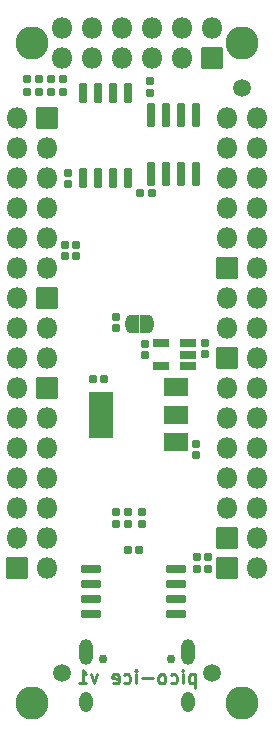
<source format=gbr>
G04 #@! TF.GenerationSoftware,KiCad,Pcbnew,(6.0.5)*
G04 #@! TF.CreationDate,2022-08-24T15:32:52-07:00*
G04 #@! TF.ProjectId,pico-ice,7069636f-2d69-4636-952e-6b696361645f,REV1*
G04 #@! TF.SameCoordinates,Original*
G04 #@! TF.FileFunction,Soldermask,Bot*
G04 #@! TF.FilePolarity,Negative*
%FSLAX46Y46*%
G04 Gerber Fmt 4.6, Leading zero omitted, Abs format (unit mm)*
G04 Created by KiCad (PCBNEW (6.0.5)) date 2022-08-24 15:32:52*
%MOMM*%
%LPD*%
G01*
G04 APERTURE LIST*
G04 Aperture macros list*
%AMRoundRect*
0 Rectangle with rounded corners*
0 $1 Rounding radius*
0 $2 $3 $4 $5 $6 $7 $8 $9 X,Y pos of 4 corners*
0 Add a 4 corners polygon primitive as box body*
4,1,4,$2,$3,$4,$5,$6,$7,$8,$9,$2,$3,0*
0 Add four circle primitives for the rounded corners*
1,1,$1+$1,$2,$3*
1,1,$1+$1,$4,$5*
1,1,$1+$1,$6,$7*
1,1,$1+$1,$8,$9*
0 Add four rect primitives between the rounded corners*
20,1,$1+$1,$2,$3,$4,$5,0*
20,1,$1+$1,$4,$5,$6,$7,0*
20,1,$1+$1,$6,$7,$8,$9,0*
20,1,$1+$1,$8,$9,$2,$3,0*%
%AMFreePoly0*
4,1,37,0.536062,0.786062,0.551000,0.750000,0.551000,-0.750000,0.536062,-0.786062,0.500000,-0.801000,0.000000,-0.801000,-0.012525,-0.795812,-0.080875,-0.794559,-0.095149,-0.792248,-0.230464,-0.749973,-0.243516,-0.743747,-0.361526,-0.665192,-0.372306,-0.655554,-0.463526,-0.547035,-0.471167,-0.534759,-0.528262,-0.405000,-0.532150,-0.391073,-0.549733,-0.256613,-0.548336,-0.256430,-0.551000,-0.250000,
-0.551000,0.250000,-0.550512,0.251179,-0.550356,0.263956,-0.528545,0.404033,-0.524317,0.417860,-0.464069,0.546185,-0.456130,0.558271,-0.362286,0.664529,-0.351274,0.673901,-0.231379,0.749549,-0.218180,0.755454,-0.081873,0.794411,-0.067546,0.796373,-0.011990,0.796033,0.000000,0.801000,0.500000,0.801000,0.536062,0.786062,0.536062,0.786062,$1*%
%AMFreePoly1*
4,1,37,0.012349,0.795885,0.074216,0.795507,0.088518,0.793370,0.224339,0.752751,0.237465,0.746685,0.356427,0.669578,0.367324,0.660073,0.459862,0.552676,0.467652,0.540494,0.526329,0.411442,0.530388,0.397563,0.550485,0.257230,0.551000,0.250000,0.551000,-0.250000,0.550996,-0.250622,0.550847,-0.262838,0.550144,-0.270677,0.526624,-0.410478,0.522228,-0.424254,0.460416,-0.551833,
0.452330,-0.563821,0.357195,-0.668925,0.346069,-0.678161,0.225259,-0.752338,0.211989,-0.758081,0.075216,-0.795370,0.060866,-0.797157,0.011464,-0.796251,0.000000,-0.801000,-0.500000,-0.801000,-0.536062,-0.786062,-0.551000,-0.750000,-0.551000,0.750000,-0.536062,0.786062,-0.500000,0.801000,0.000000,0.801000,0.012349,0.795885,0.012349,0.795885,$1*%
G04 Aperture macros list end*
%ADD10C,0.254000*%
%ADD11C,2.802000*%
%ADD12RoundRect,0.051000X0.850000X-0.850000X0.850000X0.850000X-0.850000X0.850000X-0.850000X-0.850000X0*%
%ADD13O,1.802000X1.802000*%
%ADD14RoundRect,0.051000X0.850000X0.850000X-0.850000X0.850000X-0.850000X-0.850000X0.850000X-0.850000X0*%
%ADD15RoundRect,0.051000X-0.850000X-0.850000X0.850000X-0.850000X0.850000X0.850000X-0.850000X0.850000X0*%
%ADD16C,0.752000*%
%ADD17O,1.102000X2.202000*%
%ADD18O,1.102000X1.702000*%
%ADD19RoundRect,0.051000X-0.850000X0.850000X-0.850000X-0.850000X0.850000X-0.850000X0.850000X0.850000X0*%
%ADD20RoundRect,0.186000X-0.185000X0.135000X-0.185000X-0.135000X0.185000X-0.135000X0.185000X0.135000X0*%
%ADD21RoundRect,0.191000X0.170000X-0.140000X0.170000X0.140000X-0.170000X0.140000X-0.170000X-0.140000X0*%
%ADD22C,1.500000*%
%ADD23RoundRect,0.191000X-0.170000X0.140000X-0.170000X-0.140000X0.170000X-0.140000X0.170000X0.140000X0*%
%ADD24RoundRect,0.201000X-0.150000X0.650000X-0.150000X-0.650000X0.150000X-0.650000X0.150000X0.650000X0*%
%ADD25RoundRect,0.201000X0.650000X0.150000X-0.650000X0.150000X-0.650000X-0.150000X0.650000X-0.150000X0*%
%ADD26RoundRect,0.191000X0.140000X0.170000X-0.140000X0.170000X-0.140000X-0.170000X0.140000X-0.170000X0*%
%ADD27RoundRect,0.201000X-0.150000X0.825000X-0.150000X-0.825000X0.150000X-0.825000X0.150000X0.825000X0*%
%ADD28RoundRect,0.191000X-0.140000X-0.170000X0.140000X-0.170000X0.140000X0.170000X-0.140000X0.170000X0*%
%ADD29RoundRect,0.201000X0.512500X0.150000X-0.512500X0.150000X-0.512500X-0.150000X0.512500X-0.150000X0*%
%ADD30RoundRect,0.186000X0.185000X-0.135000X0.185000X0.135000X-0.185000X0.135000X-0.185000X-0.135000X0*%
%ADD31FreePoly0,0.000000*%
%ADD32FreePoly1,0.000000*%
%ADD33RoundRect,0.051000X1.000000X0.750000X-1.000000X0.750000X-1.000000X-0.750000X1.000000X-0.750000X0*%
%ADD34RoundRect,0.051000X1.000000X1.900000X-1.000000X1.900000X-1.000000X-1.900000X1.000000X-1.900000X0*%
G04 APERTURE END LIST*
D10*
X77288571Y-129676071D02*
X77288571Y-130819071D01*
X77288571Y-129730500D02*
X77179714Y-129676071D01*
X76962000Y-129676071D01*
X76853142Y-129730500D01*
X76798714Y-129784928D01*
X76744285Y-129893785D01*
X76744285Y-130220357D01*
X76798714Y-130329214D01*
X76853142Y-130383642D01*
X76962000Y-130438071D01*
X77179714Y-130438071D01*
X77288571Y-130383642D01*
X76254428Y-130438071D02*
X76254428Y-129676071D01*
X76254428Y-129295071D02*
X76308857Y-129349500D01*
X76254428Y-129403928D01*
X76200000Y-129349500D01*
X76254428Y-129295071D01*
X76254428Y-129403928D01*
X75220285Y-130383642D02*
X75329142Y-130438071D01*
X75546857Y-130438071D01*
X75655714Y-130383642D01*
X75710142Y-130329214D01*
X75764571Y-130220357D01*
X75764571Y-129893785D01*
X75710142Y-129784928D01*
X75655714Y-129730500D01*
X75546857Y-129676071D01*
X75329142Y-129676071D01*
X75220285Y-129730500D01*
X74567142Y-130438071D02*
X74676000Y-130383642D01*
X74730428Y-130329214D01*
X74784857Y-130220357D01*
X74784857Y-129893785D01*
X74730428Y-129784928D01*
X74676000Y-129730500D01*
X74567142Y-129676071D01*
X74403857Y-129676071D01*
X74295000Y-129730500D01*
X74240571Y-129784928D01*
X74186142Y-129893785D01*
X74186142Y-130220357D01*
X74240571Y-130329214D01*
X74295000Y-130383642D01*
X74403857Y-130438071D01*
X74567142Y-130438071D01*
X73696285Y-130002642D02*
X72825428Y-130002642D01*
X72281142Y-130438071D02*
X72281142Y-129676071D01*
X72281142Y-129295071D02*
X72335571Y-129349500D01*
X72281142Y-129403928D01*
X72226714Y-129349500D01*
X72281142Y-129295071D01*
X72281142Y-129403928D01*
X71247000Y-130383642D02*
X71355857Y-130438071D01*
X71573571Y-130438071D01*
X71682428Y-130383642D01*
X71736857Y-130329214D01*
X71791285Y-130220357D01*
X71791285Y-129893785D01*
X71736857Y-129784928D01*
X71682428Y-129730500D01*
X71573571Y-129676071D01*
X71355857Y-129676071D01*
X71247000Y-129730500D01*
X70321714Y-130383642D02*
X70430571Y-130438071D01*
X70648285Y-130438071D01*
X70757142Y-130383642D01*
X70811571Y-130274785D01*
X70811571Y-129839357D01*
X70757142Y-129730500D01*
X70648285Y-129676071D01*
X70430571Y-129676071D01*
X70321714Y-129730500D01*
X70267285Y-129839357D01*
X70267285Y-129948214D01*
X70811571Y-130057071D01*
X69015428Y-129676071D02*
X68743285Y-130438071D01*
X68471142Y-129676071D01*
X67437000Y-130438071D02*
X68090142Y-130438071D01*
X67763571Y-130438071D02*
X67763571Y-129295071D01*
X67872428Y-129458357D01*
X67981285Y-129567214D01*
X68090142Y-129621642D01*
X77288571Y-129676071D02*
X77288571Y-130819071D01*
X77288571Y-129730500D02*
X77179714Y-129676071D01*
X76962000Y-129676071D01*
X76853142Y-129730500D01*
X76798714Y-129784928D01*
X76744285Y-129893785D01*
X76744285Y-130220357D01*
X76798714Y-130329214D01*
X76853142Y-130383642D01*
X76962000Y-130438071D01*
X77179714Y-130438071D01*
X77288571Y-130383642D01*
X76254428Y-130438071D02*
X76254428Y-129676071D01*
X76254428Y-129295071D02*
X76308857Y-129349500D01*
X76254428Y-129403928D01*
X76200000Y-129349500D01*
X76254428Y-129295071D01*
X76254428Y-129403928D01*
X75220285Y-130383642D02*
X75329142Y-130438071D01*
X75546857Y-130438071D01*
X75655714Y-130383642D01*
X75710142Y-130329214D01*
X75764571Y-130220357D01*
X75764571Y-129893785D01*
X75710142Y-129784928D01*
X75655714Y-129730500D01*
X75546857Y-129676071D01*
X75329142Y-129676071D01*
X75220285Y-129730500D01*
X74567142Y-130438071D02*
X74676000Y-130383642D01*
X74730428Y-130329214D01*
X74784857Y-130220357D01*
X74784857Y-129893785D01*
X74730428Y-129784928D01*
X74676000Y-129730500D01*
X74567142Y-129676071D01*
X74403857Y-129676071D01*
X74295000Y-129730500D01*
X74240571Y-129784928D01*
X74186142Y-129893785D01*
X74186142Y-130220357D01*
X74240571Y-130329214D01*
X74295000Y-130383642D01*
X74403857Y-130438071D01*
X74567142Y-130438071D01*
X73696285Y-130002642D02*
X72825428Y-130002642D01*
X72281142Y-130438071D02*
X72281142Y-129676071D01*
X72281142Y-129295071D02*
X72335571Y-129349500D01*
X72281142Y-129403928D01*
X72226714Y-129349500D01*
X72281142Y-129295071D01*
X72281142Y-129403928D01*
X71247000Y-130383642D02*
X71355857Y-130438071D01*
X71573571Y-130438071D01*
X71682428Y-130383642D01*
X71736857Y-130329214D01*
X71791285Y-130220357D01*
X71791285Y-129893785D01*
X71736857Y-129784928D01*
X71682428Y-129730500D01*
X71573571Y-129676071D01*
X71355857Y-129676071D01*
X71247000Y-129730500D01*
X70321714Y-130383642D02*
X70430571Y-130438071D01*
X70648285Y-130438071D01*
X70757142Y-130383642D01*
X70811571Y-130274785D01*
X70811571Y-129839357D01*
X70757142Y-129730500D01*
X70648285Y-129676071D01*
X70430571Y-129676071D01*
X70321714Y-129730500D01*
X70267285Y-129839357D01*
X70267285Y-129948214D01*
X70811571Y-130057071D01*
X69015428Y-129676071D02*
X68743285Y-130438071D01*
X68471142Y-129676071D01*
X67437000Y-130438071D02*
X68090142Y-130438071D01*
X67763571Y-130438071D02*
X67763571Y-129295071D01*
X67872428Y-129458357D01*
X67981285Y-129567214D01*
X68090142Y-129621642D01*
D11*
X63500000Y-132080000D03*
D12*
X62230000Y-120650000D03*
D13*
X64770000Y-120650000D03*
D14*
X80010000Y-102870000D03*
D13*
X82550000Y-102870000D03*
X80010000Y-100330000D03*
X82550000Y-100330000D03*
X80010000Y-97790000D03*
X82550000Y-97790000D03*
D15*
X64770000Y-82550000D03*
D13*
X64770000Y-85090000D03*
X64770000Y-87630000D03*
X64770000Y-90170000D03*
X64770000Y-92710000D03*
X64770000Y-95250000D03*
X62230000Y-82550000D03*
X62230000Y-85090000D03*
X62230000Y-87630000D03*
X62230000Y-90170000D03*
X62230000Y-92710000D03*
X62230000Y-95250000D03*
D12*
X80010000Y-120650000D03*
D13*
X82550000Y-120650000D03*
D16*
X75280000Y-128337000D03*
X69500000Y-128337000D03*
D17*
X76710000Y-127807000D03*
D18*
X68070000Y-131987000D03*
X76710000Y-131987000D03*
D17*
X68070000Y-127807000D03*
D14*
X80010000Y-118110000D03*
D13*
X80010000Y-115570000D03*
X80010000Y-113030000D03*
X80010000Y-110490000D03*
X80010000Y-107950000D03*
X80010000Y-105410000D03*
X82550000Y-118110000D03*
X82550000Y-115570000D03*
X82550000Y-113030000D03*
X82550000Y-110490000D03*
X82550000Y-107950000D03*
X82550000Y-105410000D03*
D11*
X81280000Y-76200000D03*
D19*
X78740000Y-77470000D03*
D13*
X76200000Y-77470000D03*
X73660000Y-77470000D03*
X71120000Y-77470000D03*
X68580000Y-77470000D03*
X66040000Y-77470000D03*
X78740000Y-74930000D03*
X76200000Y-74930000D03*
X73660000Y-74930000D03*
X71120000Y-74930000D03*
X68580000Y-74930000D03*
X66040000Y-74930000D03*
D14*
X80010000Y-95250000D03*
D13*
X80010000Y-92710000D03*
X80010000Y-90170000D03*
X80010000Y-87630000D03*
X80010000Y-85090000D03*
X80010000Y-82550000D03*
X82550000Y-95250000D03*
X82550000Y-92710000D03*
X82550000Y-90170000D03*
X82550000Y-87630000D03*
X82550000Y-85090000D03*
X82550000Y-82550000D03*
D15*
X64770000Y-105410000D03*
D13*
X64770000Y-107950000D03*
X64770000Y-110490000D03*
X64770000Y-113030000D03*
X64770000Y-115570000D03*
X64770000Y-118110000D03*
X62230000Y-105410000D03*
X62230000Y-107950000D03*
X62230000Y-110490000D03*
X62230000Y-113030000D03*
X62230000Y-115570000D03*
X62230000Y-118110000D03*
D15*
X64770000Y-97790000D03*
D13*
X62230000Y-97790000D03*
X64770000Y-100330000D03*
X62230000Y-100330000D03*
X64770000Y-102870000D03*
X62230000Y-102870000D03*
D11*
X81280000Y-132080000D03*
X63500000Y-76200000D03*
D20*
X77444600Y-119731600D03*
X77444600Y-120751600D03*
X73507600Y-79398400D03*
X73507600Y-80418400D03*
D21*
X66497200Y-88160800D03*
X66497200Y-87200800D03*
D22*
X81280000Y-80010000D03*
D21*
X72771000Y-116913600D03*
X72771000Y-115953600D03*
D23*
X78099500Y-101577200D03*
X78099500Y-102537200D03*
X77393800Y-110137000D03*
X77393800Y-111097000D03*
D24*
X67818000Y-80474000D03*
X69088000Y-80474000D03*
X70358000Y-80474000D03*
X71628000Y-80474000D03*
X71628000Y-87674000D03*
X70358000Y-87674000D03*
X69088000Y-87674000D03*
X67818000Y-87674000D03*
D25*
X75659800Y-120751600D03*
X75659800Y-122021600D03*
X75659800Y-123291600D03*
X75659800Y-124561600D03*
X68459800Y-124561600D03*
X68459800Y-123291600D03*
X68459800Y-122021600D03*
X68459800Y-120751600D03*
D21*
X67183000Y-94282200D03*
X67183000Y-93322200D03*
D26*
X73606600Y-88900000D03*
X72646600Y-88900000D03*
D23*
X70586600Y-99418200D03*
X70586600Y-100378200D03*
X73050400Y-101653400D03*
X73050400Y-102613400D03*
D27*
X73533000Y-82320000D03*
X74803000Y-82320000D03*
X76073000Y-82320000D03*
X77343000Y-82320000D03*
X77343000Y-87270000D03*
X76073000Y-87270000D03*
X74803000Y-87270000D03*
X73533000Y-87270000D03*
D21*
X66294000Y-94282200D03*
X66294000Y-93322200D03*
D20*
X66090800Y-79296800D03*
X66090800Y-80316800D03*
D21*
X70561200Y-116913600D03*
X70561200Y-115953600D03*
D20*
X64058800Y-79296800D03*
X64058800Y-80316800D03*
D28*
X68658800Y-104673400D03*
X69618800Y-104673400D03*
D22*
X66040000Y-129540000D03*
D21*
X71628000Y-116913600D03*
X71628000Y-115953600D03*
D29*
X76677100Y-101640600D03*
X76677100Y-102590600D03*
X76677100Y-103540600D03*
X74402100Y-103540600D03*
X74402100Y-101640600D03*
D20*
X63042800Y-79296800D03*
X63042800Y-80316800D03*
D22*
X78740000Y-129540000D03*
D30*
X78359000Y-120753600D03*
X78359000Y-119733600D03*
D28*
X71579800Y-119151400D03*
X72539800Y-119151400D03*
D31*
X71917800Y-99999800D03*
D32*
X73217800Y-99999800D03*
D33*
X75667000Y-105370600D03*
X75667000Y-107670600D03*
D34*
X69367000Y-107670600D03*
D33*
X75667000Y-109970600D03*
D20*
X65074800Y-79296800D03*
X65074800Y-80316800D03*
M02*

</source>
